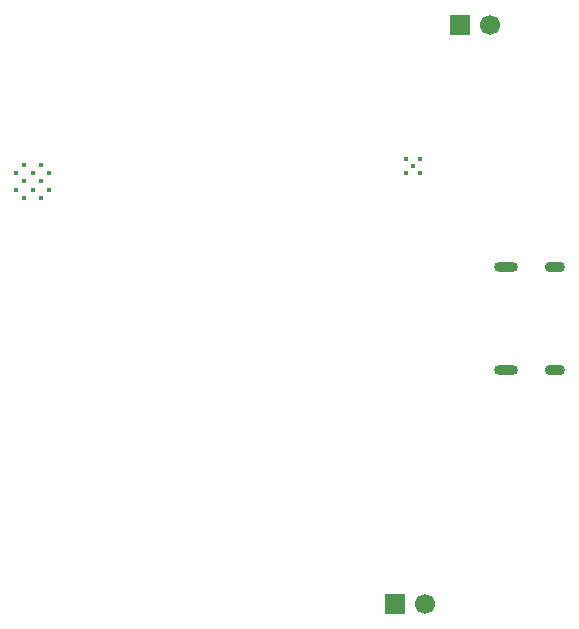
<source format=gbr>
%TF.GenerationSoftware,KiCad,Pcbnew,9.0.7*%
%TF.CreationDate,2026-01-12T23:46:57+09:00*%
%TF.ProjectId,toytalk_demo_v2,746f7974-616c-46b5-9f64-656d6f5f7632,rev?*%
%TF.SameCoordinates,Original*%
%TF.FileFunction,Copper,L2,Bot*%
%TF.FilePolarity,Positive*%
%FSLAX46Y46*%
G04 Gerber Fmt 4.6, Leading zero omitted, Abs format (unit mm)*
G04 Created by KiCad (PCBNEW 9.0.7) date 2026-01-12 23:46:57*
%MOMM*%
%LPD*%
G01*
G04 APERTURE LIST*
%TA.AperFunction,ComponentPad*%
%ADD10C,1.700000*%
%TD*%
%TA.AperFunction,ComponentPad*%
%ADD11R,1.700000X1.700000*%
%TD*%
%TA.AperFunction,ComponentPad*%
%ADD12C,0.400000*%
%TD*%
%TA.AperFunction,ComponentPad*%
%ADD13O,2.000000X0.900000*%
%TD*%
%TA.AperFunction,ComponentPad*%
%ADD14O,1.700000X0.900000*%
%TD*%
G04 APERTURE END LIST*
D10*
%TO.P,J2,2,Pin_2*%
%TO.N,GND*%
X59500000Y-14500000D03*
D11*
%TO.P,J2,1,Pin_1*%
%TO.N,/VBAT*%
X56960000Y-14500000D03*
%TD*%
D10*
%TO.P,SP1,2,Pin_2*%
%TO.N,/OUTN*%
X54000000Y-63500000D03*
D11*
%TO.P,SP1,1,Pin_1*%
%TO.N,/OUTP*%
X51460000Y-63500000D03*
%TD*%
D12*
%TO.P,U1,41_10*%
%TO.N,N/C*%
X20750000Y-27020000D03*
%TO.P,U1,41_11*%
X19350000Y-27020000D03*
%TO.P,U1,41_12*%
X22150000Y-27020000D03*
%TO.P,U1,41_13*%
X19350000Y-28420000D03*
%TO.P,U1,41_14*%
X20750000Y-28420000D03*
%TO.P,U1,41_15*%
X22150000Y-28420000D03*
%TO.P,U1,41_16*%
X20050000Y-26320000D03*
%TO.P,U1,41_17*%
X21450000Y-26320000D03*
%TO.P,U1,41_18*%
X20050000Y-27720000D03*
%TO.P,U1,41_19*%
X21450000Y-27720000D03*
%TO.P,U1,41_20*%
X20050000Y-29120000D03*
%TO.P,U1,41_21*%
X21450000Y-29120000D03*
%TD*%
%TO.P,U3,18*%
%TO.N,N/C*%
X52935000Y-26435000D03*
%TO.P,U3,19*%
X52355000Y-25855000D03*
%TO.P,U3,20*%
X53515000Y-25855000D03*
%TO.P,U3,21*%
X52355000Y-27015000D03*
%TO.P,U3,22*%
X53515000Y-27015000D03*
%TD*%
D13*
%TO.P,J1,S1,SHIELD*%
%TO.N,GND*%
X60830000Y-43650000D03*
%TO.P,J1,S2,SHIELD*%
X60830000Y-35000000D03*
D14*
%TO.P,J1,S3,SHIELD*%
X65000000Y-43650000D03*
%TO.P,J1,S4,SHIELD*%
X65000000Y-35000000D03*
%TD*%
M02*

</source>
